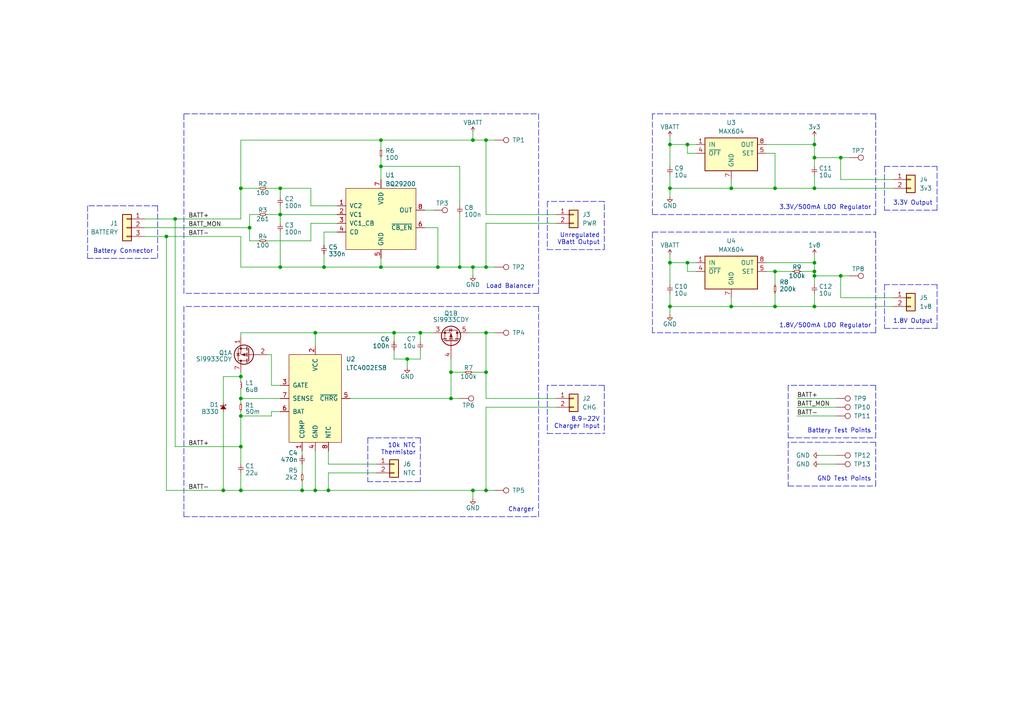
<source format=kicad_sch>
(kicad_sch (version 20211123) (generator eeschema)
  (paper "A4")
  (title_block (title "2S Li-Ion Battery Charger") (date "2021-10-17") (rev "1.1") (company "Cambridge University Spaceflight") (comment 1 "Drawn By Henry Franks"))
  (lib_symbols
    (symbol "Battery:1v8" (power) (pin_numbers hide) (pin_names (offset 1.016) hide)
      (property "Value" "1v8" (at 0 2.286 0))
      (symbol "1v8_0_1"
        (polyline (pts (xy 0 1.27) (xy 0.508 0.508)))
        (polyline (pts (xy 0 0) (xy 0 1.27) (xy -0.508 0.508)))
      )
      (symbol "1v8_1_1"
        (pin power_in line (at 0 0 180) (length 0) hide (name "1v8") (number "1"))
      )
    )
    (symbol "Battery:3v3" (power) (pin_numbers hide) (pin_names (offset 1.016) hide)
      (property "Value" "3v3" (at 0 2.286 0))
      (symbol "3v3_0_1"
        (polyline (pts (xy 0 1.27) (xy 0.508 0.508)))
        (polyline (pts (xy 0 0) (xy 0 1.27) (xy -0.508 0.508)))
      )
      (symbol "3v3_1_1"
        (pin power_in line (at 0 0 180) (length 0) hide (name "3v3") (number "1"))
      )
    )
    (symbol "Battery:B330" (pin_numbers hide) (pin_names (offset 1.016) hide)
      (property "Reference" "D" (at 1.27 1.778 0))
      (property "Value" "B330" (at 1.27 -1.778 0))
      (symbol "B330_0_1"
        (polyline (pts (xy 0.762 0.762) (xy 0.762 -0.762)))
        (polyline (pts (xy 0.762 -0.762) (xy 1.016 -0.762) (xy 1.016 -0.508)))
        (polyline (pts (xy 0.762 0.762) (xy 0.508 0.762) (xy 0.508 0.508)))
        (polyline (pts (xy 1.778 0.762) (xy 0.762 0) (xy 1.778 -0.762) (xy 1.778 0.762)) (fill (type outline)))
      )
      (symbol "B330_1_1"
        (pin passive line (at 0 0 0) (length 0.762) (name "~") (number "1"))
        (pin passive line (at 2.54 0 180) (length 0.762) (name "~") (number "2"))
      )
    )
    (symbol "Battery:BQ2920X" (pin_names (offset 1.016))
      (property "Reference" "U" (at 1.27 12.7 0))
      (property "Value" "BQ2920X" (at 1.27 10.16 0))
      (symbol "BQ2920X_0_0"
        (pin input line (at -12.7 3.81 0) (length 2.54) (name "VC2") (number "1"))
        (pin input line (at -12.7 1.27 0) (length 2.54) (name "VC1") (number "2"))
        (pin input line (at -12.7 -1.27 0) (length 2.54) (name "VC1_CB") (number "3"))
        (pin input line (at -12.7 -3.81 0) (length 2.54) (name "CD") (number "4"))
        (pin power_in line (at 0 -11.43 90) (length 2.54) (name "GND") (number "5"))
        (pin input line (at 12.7 -2.54 180) (length 2.54) (name "~{CB_EN}") (number "6"))
        (pin power_in line (at 0 11.43 270) (length 2.54) (name "VDD") (number "7"))
        (pin power_out line (at 12.7 2.54 180) (length 2.54) (name "OUT") (number "8"))
      )
      (symbol "BQ2920X_0_1"
        (rectangle (start -10.16 8.89) (end 10.16 -8.89) (fill (type background)))
      )
    )
    (symbol "Battery:C" (pin_numbers hide) (pin_names (offset 1.016) hide)
      (property "Reference" "C" (at 1.27 1.778 0))
      (property "Value" "C" (at 1.27 -1.778 0))
      (symbol "C_0_1"
        (polyline (pts (xy 1.016 0.762) (xy 1.016 -0.762)))
        (polyline (pts (xy 1.524 0.762) (xy 1.524 -0.762)))
      )
      (symbol "C_1_1"
        (pin passive line (at 0 0 0) (length 1.016) (name "~") (number "1"))
        (pin passive line (at 2.54 0 180) (length 1.016) (name "~") (number "2"))
      )
    )
    (symbol "Battery:Conn_01x02" (pin_names (offset 1.016) hide)
      (property "Reference" "J" (at 0 2.54 0))
      (property "Value" "Conn_01x02" (at 0 -5.08 0))
      (symbol "Conn_01x02_1_1"
        (rectangle (start -1.27 -2.413) (end 0 -2.667) (stroke (width 0.1524)))
        (rectangle (start -1.27 0.127) (end 0 -0.127) (stroke (width 0.1524)))
        (rectangle (start -1.27 1.27) (end 1.27 -3.81) (stroke (width 0.254)) (fill (type background)))
        (pin passive line (at -5.08 0 0) (length 3.81) (name "Pin_1") (number "1"))
        (pin passive line (at -5.08 -2.54 0) (length 3.81) (name "Pin_2") (number "2"))
      )
    )
    (symbol "Battery:Conn_01x03" (pin_names (offset 1.016) hide)
      (property "Reference" "J" (at 0 5.08 0))
      (property "Value" "Conn_01x03" (at 0 -5.08 0))
      (symbol "Conn_01x03_1_1"
        (rectangle (start -1.27 -2.413) (end 0 -2.667) (stroke (width 0.1524)))
        (rectangle (start -1.27 0.127) (end 0 -0.127) (stroke (width 0.1524)))
        (rectangle (start -1.27 2.667) (end 0 2.413) (stroke (width 0.1524)))
        (rectangle (start -1.27 3.81) (end 1.27 -3.81) (stroke (width 0.254)) (fill (type background)))
        (pin passive line (at -5.08 2.54 0) (length 3.81) (name "Pin_1") (number "1"))
        (pin passive line (at -5.08 0 0) (length 3.81) (name "Pin_2") (number "2"))
        (pin passive line (at -5.08 -2.54 0) (length 3.81) (name "Pin_3") (number "3"))
      )
    )
    (symbol "Battery:GND" (power) (pin_numbers hide) (pin_names (offset 1.016) hide)
      (property "Value" "GND" (at 0 -2.54 0))
      (symbol "GND_0_1"
        (polyline (pts (xy 0 0) (xy 0 -0.762)))
        (polyline (pts (xy -0.762 -0.762) (xy 0.762 -0.762) (xy 0 -1.524) (xy -0.762 -0.762)) (fill (type background)))
      )
      (symbol "GND_1_1"
        (pin power_in line (at 0 0 180) (length 0) hide (name "GND") (number "1"))
      )
    )
    (symbol "Battery:L" (pin_numbers hide) (pin_names (offset 1.016) hide)
      (property "Reference" "L" (at 1.27 1.27 0))
      (property "Value" "L" (at 1.27 -1.27 0))
      (symbol "L_0_1"
        (arc (start 1.016 0) (mid 0.762 0.254) (end 0.508 0))
        (arc (start 1.524 0) (mid 1.27 0.254) (end 1.016 0))
        (arc (start 2.032 0) (mid 1.778 0.254) (end 1.524 0))
      )
      (symbol "L_1_1"
        (pin passive line (at 0 0 0) (length 0.508) (name "~") (number "1"))
        (pin passive line (at 2.54 0 180) (length 0.508) (name "~") (number "2"))
      )
    )
    (symbol "Battery:LTC4002ES8" (pin_names (offset 1.016))
      (property "Reference" "U" (at 1.27 16.51 0))
      (property "Value" "LTC4002ES8" (at 1.27 13.97 0))
      (symbol "LTC4002ES8_0_0"
        (pin input line (at -3.81 -15.24 90) (length 2.54) (name "COMP") (number "1"))
        (pin power_in line (at 0 15.24 270) (length 2.54) (name "VCC") (number "2"))
        (pin output line (at -10.16 3.81 0) (length 2.54) (name "GATE") (number "3"))
        (pin power_in line (at 0 -15.24 90) (length 2.54) (name "GND") (number "4"))
        (pin output line (at 10.16 0 180) (length 2.54) (name "~{CHRG}") (number "5"))
        (pin input line (at -10.16 -3.81 0) (length 2.54) (name "BAT") (number "6"))
        (pin input line (at -10.16 0 0) (length 2.54) (name "SENSE") (number "7"))
        (pin input line (at 3.81 -15.24 90) (length 2.54) (name "NTC") (number "8"))
      )
      (symbol "LTC4002ES8_0_1"
        (rectangle (start -7.62 12.7) (end 7.62 -12.7) (fill (type background)))
      )
    )
    (symbol "Battery:MAX604" (pin_names (offset 1.016))
      (property "Reference" "U" (at -6.35 5.715 0))
      (property "Value" "MAX604" (at 0 5.715 0))
      (symbol "MAX604_0_1"
        (rectangle (start -7.62 4.445) (end 7.62 -5.08) (stroke (width 0.254)) (fill (type background)))
      )
      (symbol "MAX604_1_1"
        (pin power_in line (at -10.16 2.54 0) (length 2.54) (name "IN") (number "1"))
        (pin passive line (at 0 -7.62 90) (length 2.54) hide (name "GND") (number "2"))
        (pin passive line (at 0 -7.62 90) (length 2.54) hide (name "GND") (number "3"))
        (pin input line (at -10.16 0 0) (length 2.54) (name "~{OFF}") (number "4"))
        (pin passive line (at 10.16 0 180) (length 2.54) (name "SET") (number "5"))
        (pin passive line (at 0 -7.62 90) (length 2.54) hide (name "GND") (number "6"))
        (pin power_in line (at 0 -7.62 90) (length 2.54) (name "GND") (number "7"))
        (pin power_out line (at 10.16 2.54 180) (length 2.54) (name "OUT") (number "8"))
      )
    )
    (symbol "Battery:R" (pin_numbers hide) (pin_names (offset 1.016) hide)
      (property "Reference" "R" (at 1.27 1.27 0))
      (property "Value" "R" (at 1.27 -1.27 0))
      (symbol "R_0_1"
        (rectangle (start 0.508 0.254) (end 2.032 -0.254) (fill (type background)))
      )
      (symbol "R_1_1"
        (pin passive line (at 0 0 0) (length 0.508) (name "~") (number "1"))
        (pin passive line (at 2.54 0 180) (length 0.508) (name "~") (number "2"))
      )
    )
    (symbol "Battery:Si9933CDY" (pin_names hide)
      (property "Reference" "Q" (at 5.08 1.905 0))
      (property "Value" "Si9933CDY" (at 5.08 0 0))
      (symbol "Si9933CDY_0_1"
        (polyline (pts (xy 0.254 0) (xy -2.54 0)))
        (polyline (pts (xy 0.254 1.905) (xy 0.254 -1.905)) (stroke (width 0.254)))
        (polyline (pts (xy 0.762 -1.27) (xy 0.762 -2.286)) (stroke (width 0.254)))
        (polyline (pts (xy 0.762 0.508) (xy 0.762 -0.508)) (stroke (width 0.254)))
        (polyline (pts (xy 0.762 2.286) (xy 0.762 1.27)) (stroke (width 0.254)))
        (polyline (pts (xy 2.54 2.54) (xy 2.54 1.778)))
        (polyline (pts (xy 2.54 -2.54) (xy 2.54 0) (xy 0.762 0)))
        (polyline (pts (xy 0.762 1.778) (xy 3.302 1.778) (xy 3.302 -1.778) (xy 0.762 -1.778)))
        (polyline (pts (xy 2.286 0) (xy 1.27 0.381) (xy 1.27 -0.381) (xy 2.286 0)) (fill (type outline)))
        (polyline (pts (xy 2.794 -0.508) (xy 2.921 -0.381) (xy 3.683 -0.381) (xy 3.81 -0.254)))
        (polyline (pts (xy 3.302 -0.381) (xy 2.921 0.254) (xy 3.683 0.254) (xy 3.302 -0.381)))
        (circle (center 1.651 0) (radius 2.794) (stroke (width 0.254)))
        (circle (center 2.54 -1.778) (radius 0.254) (fill (type outline)))
        (circle (center 2.54 1.778) (radius 0.254) (fill (type outline)))
      )
      (symbol "Si9933CDY_1_0"
        (pin passive line (at 2.54 5.08 270) (length 2.54) hide (name "D1") (number "8"))
      )
      (symbol "Si9933CDY_1_1"
        (pin passive line (at 2.54 -5.08 90) (length 2.54) (name "S1") (number "1"))
        (pin passive line (at -5.08 0 0) (length 2.54) (name "G1") (number "2"))
        (pin passive line (at 2.54 5.08 270) (length 2.54) (name "D1") (number "7"))
      )
      (symbol "Si9933CDY_2_0"
        (pin passive line (at 2.54 5.08 270) (length 2.54) hide (name "D2") (number "6"))
      )
      (symbol "Si9933CDY_2_1"
        (pin passive line (at 2.54 -5.08 90) (length 2.54) (name "S2") (number "3"))
        (pin passive line (at -5.08 0 0) (length 2.54) (name "G2") (number "4"))
        (pin passive line (at 2.54 5.08 270) (length 2.54) (name "D2") (number "5"))
      )
    )
    (symbol "Battery:TestPoint" (pin_numbers hide) (pin_names (offset 0.762) hide)
      (property "Reference" "TP" (at 0 6.858 0))
      (property "Value" "TestPoint" (at 0 5.08 0))
      (symbol "TestPoint_0_1"
        (circle (center 0 3.302) (radius 0.762))
      )
      (symbol "TestPoint_1_1"
        (pin passive line (at 0 0 90) (length 2.54) (name "1") (number "1"))
      )
    )
    (symbol "Battery:VBATT" (power) (pin_numbers hide) (pin_names (offset 1.016) hide)
      (property "Value" "VBATT" (at 0 2.286 0))
      (symbol "VBATT_0_1"
        (polyline (pts (xy 0 1.27) (xy 0.508 0.508)))
        (polyline (pts (xy 0 0) (xy 0 1.27) (xy -0.508 0.508)))
      )
      (symbol "VBATT_1_1"
        (pin power_in line (at 0 0 180) (length 0) hide (name "VBATT") (number "1"))
      )
    )
  )
  (junction (at 110.49 40.64))
  (junction (at 69.85 109.22))
  (junction (at 212.09 88.9))
  (junction (at 224.79 78.74))
  (junction (at 81.28 62.23))
  (junction (at 91.44 142.24))
  (junction (at 114.3 96.52))
  (junction (at 236.22 76.2))
  (junction (at 69.85 142.24))
  (junction (at 93.98 77.47))
  (junction (at 121.92 96.52))
  (junction (at 236.22 54.61))
  (junction (at 69.85 120.65))
  (junction (at 130.81 115.57))
  (junction (at 95.25 142.24))
  (junction (at 140.97 107.95))
  (junction (at 69.85 115.57))
  (junction (at 118.11 104.14))
  (junction (at 194.31 88.9))
  (junction (at 81.28 54.61))
  (junction (at 87.63 142.24))
  (junction (at 224.79 54.61))
  (junction (at 199.39 41.91))
  (junction (at 50.8 63.5))
  (junction (at 236.22 88.9))
  (junction (at 140.97 40.64))
  (junction (at 64.77 142.24))
  (junction (at 140.97 142.24))
  (junction (at 72.39 66.04))
  (junction (at 91.44 96.52))
  (junction (at 140.97 96.52))
  (junction (at 194.31 54.61))
  (junction (at 236.22 78.74))
  (junction (at 212.09 54.61))
  (junction (at 69.85 129.54))
  (junction (at 243.84 45.72))
  (junction (at 69.85 54.61))
  (junction (at 199.39 76.2))
  (junction (at 130.81 107.95))
  (junction (at 140.97 77.47))
  (junction (at 81.28 77.47))
  (junction (at 110.49 77.47))
  (junction (at 137.16 77.47))
  (junction (at 243.84 80.01))
  (junction (at 137.16 142.24))
  (junction (at 133.35 77.47))
  (junction (at 224.79 88.9))
  (junction (at 48.26 68.58))
  (junction (at 236.22 41.91))
  (junction (at 194.31 41.91))
  (junction (at 137.16 40.64))
  (junction (at 236.22 80.01))
  (junction (at 194.31 76.2))
  (junction (at 236.22 45.72))
  (junction (at 127 77.47))
  (junction (at 110.49 48.26))
  (wire (pts (xy 236.22 41.91) (xy 236.22 39.37)))
  (wire (pts (xy 243.84 45.72) (xy 236.22 45.72)))
  (wire (pts (xy 64.77 119.38) (xy 64.77 142.24)))
  (wire (pts (xy 77.47 69.85) (xy 90.17 69.85)))
  (wire (pts (xy 199.39 76.2) (xy 199.39 78.74)))
  (wire (pts (xy 135.89 96.52) (xy 140.97 96.52)))
  (polyline (pts (xy 53.34 33.02) (xy 156.21 33.02)))
  (wire (pts (xy 114.3 99.06) (xy 114.3 96.52)))
  (wire (pts (xy 50.8 129.54) (xy 69.85 129.54)))
  (wire (pts (xy 78.74 111.76) (xy 81.28 111.76)))
  (wire (pts (xy 194.31 88.9) (xy 194.31 91.44)))
  (wire (pts (xy 231.14 120.65) (xy 242.57 120.65)))
  (wire (pts (xy 125.73 96.52) (xy 121.92 96.52)))
  (wire (pts (xy 93.98 67.31) (xy 93.98 71.12)))
  (wire (pts (xy 81.28 62.23) (xy 81.28 59.69)))
  (wire (pts (xy 236.22 76.2) (xy 236.22 73.66)))
  (wire (pts (xy 72.39 62.23) (xy 74.93 62.23)))
  (polyline (pts (xy 45.72 59.69) (xy 25.4 59.69)))
  (wire (pts (xy 212.09 86.36) (xy 212.09 88.9)))
  (polyline (pts (xy 156.21 33.02) (xy 156.21 85.09)))
  (wire (pts (xy 133.35 48.26) (xy 133.35 59.69)))
  (wire (pts (xy 91.44 96.52) (xy 91.44 100.33)))
  (wire (pts (xy 236.22 41.91) (xy 236.22 45.72)))
  (wire (pts (xy 236.22 54.61) (xy 259.08 54.61)))
  (wire (pts (xy 93.98 73.66) (xy 93.98 77.47)))
  (wire (pts (xy 77.47 62.23) (xy 81.28 62.23)))
  (wire (pts (xy 137.16 40.64) (xy 140.97 40.64)))
  (polyline (pts (xy 156.21 85.09) (xy 53.34 85.09)))
  (wire (pts (xy 91.44 142.24) (xy 87.63 142.24)))
  (polyline (pts (xy 254 96.52) (xy 189.23 96.52)))
  (wire (pts (xy 143.51 40.64) (xy 140.97 40.64)))
  (wire (pts (xy 212.09 54.61) (xy 194.31 54.61)))
  (wire (pts (xy 246.38 45.72) (xy 243.84 45.72)))
  (wire (pts (xy 69.85 109.22) (xy 69.85 110.49)))
  (wire (pts (xy 199.39 44.45) (xy 201.93 44.45)))
  (wire (pts (xy 222.25 44.45) (xy 224.79 44.45)))
  (wire (pts (xy 243.84 86.36) (xy 243.84 80.01)))
  (polyline (pts (xy 189.23 62.23) (xy 254 62.23)))
  (wire (pts (xy 48.26 68.58) (xy 48.26 142.24)))
  (wire (pts (xy 140.97 62.23) (xy 161.29 62.23)))
  (wire (pts (xy 81.28 54.61) (xy 90.17 54.61)))
  (wire (pts (xy 41.91 63.5) (xy 50.8 63.5)))
  (wire (pts (xy 95.25 130.81) (xy 95.25 134.62)))
  (wire (pts (xy 236.22 50.8) (xy 236.22 54.61)))
  (wire (pts (xy 140.97 96.52) (xy 143.51 96.52)))
  (wire (pts (xy 143.51 77.47) (xy 140.97 77.47)))
  (polyline (pts (xy 121.92 127) (xy 121.92 139.7)))
  (wire (pts (xy 110.49 48.26) (xy 110.49 52.07)))
  (wire (pts (xy 212.09 88.9) (xy 194.31 88.9)))
  (wire (pts (xy 69.85 54.61) (xy 74.93 54.61)))
  (wire (pts (xy 137.16 144.78) (xy 137.16 142.24)))
  (wire (pts (xy 48.26 68.58) (xy 69.85 68.58)))
  (wire (pts (xy 222.25 41.91) (xy 236.22 41.91)))
  (wire (pts (xy 81.28 77.47) (xy 69.85 77.47)))
  (polyline (pts (xy 189.23 33.02) (xy 189.23 62.23)))
  (wire (pts (xy 81.28 67.31) (xy 81.28 77.47)))
  (polyline (pts (xy 121.92 139.7) (xy 106.68 139.7)))
  (wire (pts (xy 133.35 115.57) (xy 130.81 115.57)))
  (wire (pts (xy 140.97 64.77) (xy 161.29 64.77)))
  (wire (pts (xy 114.3 101.6) (xy 114.3 104.14)))
  (wire (pts (xy 123.19 60.96) (xy 125.73 60.96)))
  (wire (pts (xy 110.49 45.72) (xy 110.49 48.26)))
  (wire (pts (xy 114.3 96.52) (xy 121.92 96.52)))
  (wire (pts (xy 69.85 119.38) (xy 69.85 120.65)))
  (wire (pts (xy 140.97 96.52) (xy 140.97 107.95)))
  (wire (pts (xy 236.22 85.09) (xy 236.22 88.9)))
  (polyline (pts (xy 254 128.27) (xy 228.6 128.27)))
  (wire (pts (xy 246.38 80.01) (xy 243.84 80.01)))
  (wire (pts (xy 50.8 129.54) (xy 50.8 63.5)))
  (wire (pts (xy 81.28 62.23) (xy 97.79 62.23)))
  (polyline (pts (xy 158.75 111.76) (xy 158.75 125.73)))
  (wire (pts (xy 69.85 120.65) (xy 69.85 129.54)))
  (polyline (pts (xy 271.78 95.25) (xy 271.78 82.55)))
  (polyline (pts (xy 158.75 58.42) (xy 158.75 72.39)))
  (wire (pts (xy 224.79 54.61) (xy 212.09 54.61)))
  (wire (pts (xy 95.25 142.24) (xy 137.16 142.24)))
  (wire (pts (xy 133.35 77.47) (xy 137.16 77.47)))
  (polyline (pts (xy 254 67.31) (xy 254 96.52)))
  (wire (pts (xy 194.31 54.61) (xy 194.31 50.8)))
  (polyline (pts (xy 271.78 60.96) (xy 271.78 48.26)))
  (wire (pts (xy 194.31 54.61) (xy 194.31 57.15)))
  (wire (pts (xy 95.25 142.24) (xy 91.44 142.24)))
  (wire (pts (xy 140.97 64.77) (xy 140.97 77.47)))
  (polyline (pts (xy 158.75 72.39) (xy 175.26 72.39)))
  (wire (pts (xy 194.31 41.91) (xy 194.31 39.37)))
  (wire (pts (xy 137.16 40.64) (xy 137.16 38.1)))
  (wire (pts (xy 69.85 63.5) (xy 69.85 54.61)))
  (wire (pts (xy 121.92 104.14) (xy 121.92 101.6)))
  (wire (pts (xy 41.91 68.58) (xy 48.26 68.58)))
  (wire (pts (xy 81.28 54.61) (xy 77.47 54.61)))
  (wire (pts (xy 118.11 104.14) (xy 121.92 104.14)))
  (wire (pts (xy 130.81 107.95) (xy 134.62 107.95)))
  (wire (pts (xy 127 66.04) (xy 127 77.47)))
  (wire (pts (xy 110.49 40.64) (xy 69.85 40.64)))
  (wire (pts (xy 91.44 130.81) (xy 91.44 142.24)))
  (wire (pts (xy 194.31 76.2) (xy 194.31 73.66)))
  (wire (pts (xy 140.97 40.64) (xy 140.97 62.23)))
  (wire (pts (xy 93.98 67.31) (xy 97.79 67.31)))
  (wire (pts (xy 232.41 78.74) (xy 236.22 78.74)))
  (polyline (pts (xy 53.34 149.86) (xy 156.21 149.86)))
  (wire (pts (xy 243.84 52.07) (xy 243.84 45.72)))
  (wire (pts (xy 77.47 102.87) (xy 78.74 102.87)))
  (wire (pts (xy 224.79 44.45) (xy 224.79 54.61)))
  (polyline (pts (xy 228.6 111.76) (xy 228.6 127)))
  (wire (pts (xy 222.25 78.74) (xy 224.79 78.74)))
  (polyline (pts (xy 256.54 60.96) (xy 271.78 60.96)))
  (wire (pts (xy 137.16 77.47) (xy 140.97 77.47)))
  (wire (pts (xy 137.16 80.01) (xy 137.16 77.47)))
  (polyline (pts (xy 189.23 96.52) (xy 189.23 67.31)))
  (wire (pts (xy 140.97 142.24) (xy 140.97 118.11)))
  (wire (pts (xy 118.11 104.14) (xy 118.11 106.68)))
  (wire (pts (xy 110.49 74.93) (xy 110.49 77.47)))
  (polyline (pts (xy 158.75 125.73) (xy 175.26 125.73)))
  (wire (pts (xy 123.19 66.04) (xy 127 66.04)))
  (wire (pts (xy 91.44 96.52) (xy 114.3 96.52)))
  (wire (pts (xy 41.91 66.04) (xy 72.39 66.04)))
  (wire (pts (xy 140.97 118.11) (xy 161.29 118.11)))
  (wire (pts (xy 140.97 115.57) (xy 161.29 115.57)))
  (polyline (pts (xy 228.6 128.27) (xy 228.6 140.97)))
  (polyline (pts (xy 254 62.23) (xy 254 33.02)))
  (wire (pts (xy 201.93 41.91) (xy 199.39 41.91)))
  (wire (pts (xy 194.31 88.9) (xy 194.31 85.09)))
  (polyline (pts (xy 256.54 82.55) (xy 256.54 95.25)))
  (wire (pts (xy 69.85 109.22) (xy 64.77 109.22)))
  (polyline (pts (xy 175.26 111.76) (xy 158.75 111.76)))
  (wire (pts (xy 237.49 134.62) (xy 242.57 134.62)))
  (wire (pts (xy 69.85 115.57) (xy 81.28 115.57)))
  (wire (pts (xy 236.22 48.26) (xy 236.22 45.72)))
  (wire (pts (xy 137.16 142.24) (xy 140.97 142.24)))
  (wire (pts (xy 72.39 69.85) (xy 72.39 66.04)))
  (wire (pts (xy 81.28 57.15) (xy 81.28 54.61)))
  (polyline (pts (xy 175.26 111.76) (xy 175.26 125.73)))
  (wire (pts (xy 90.17 64.77) (xy 97.79 64.77)))
  (wire (pts (xy 199.39 76.2) (xy 194.31 76.2)))
  (wire (pts (xy 74.93 69.85) (xy 72.39 69.85)))
  (polyline (pts (xy 254 33.02) (xy 189.23 33.02)))
  (polyline (pts (xy 228.6 127) (xy 254 127)))
  (wire (pts (xy 121.92 96.52) (xy 121.92 99.06)))
  (wire (pts (xy 110.49 77.47) (xy 127 77.47)))
  (polyline (pts (xy 189.23 67.31) (xy 254 67.31)))
  (wire (pts (xy 236.22 80.01) (xy 236.22 78.74)))
  (wire (pts (xy 81.28 77.47) (xy 93.98 77.47)))
  (wire (pts (xy 130.81 107.95) (xy 130.81 115.57)))
  (wire (pts (xy 87.63 134.62) (xy 87.63 137.16)))
  (wire (pts (xy 90.17 54.61) (xy 90.17 59.69)))
  (wire (pts (xy 194.31 48.26) (xy 194.31 41.91)))
  (wire (pts (xy 110.49 43.18) (xy 110.49 40.64)))
  (wire (pts (xy 143.51 142.24) (xy 140.97 142.24)))
  (wire (pts (xy 199.39 41.91) (xy 199.39 44.45)))
  (wire (pts (xy 201.93 76.2) (xy 199.39 76.2)))
  (wire (pts (xy 133.35 62.23) (xy 133.35 77.47)))
  (wire (pts (xy 69.85 113.03) (xy 69.85 115.57)))
  (wire (pts (xy 90.17 59.69) (xy 97.79 59.69)))
  (wire (pts (xy 78.74 102.87) (xy 78.74 111.76)))
  (wire (pts (xy 243.84 80.01) (xy 236.22 80.01)))
  (wire (pts (xy 110.49 48.26) (xy 133.35 48.26)))
  (polyline (pts (xy 53.34 85.09) (xy 53.34 33.02)))
  (wire (pts (xy 78.74 120.65) (xy 78.74 119.38)))
  (polyline (pts (xy 156.21 88.9) (xy 53.34 88.9)))
  (wire (pts (xy 236.22 88.9) (xy 224.79 88.9)))
  (wire (pts (xy 243.84 86.36) (xy 259.08 86.36)))
  (wire (pts (xy 237.49 132.08) (xy 242.57 132.08)))
  (wire (pts (xy 224.79 88.9) (xy 212.09 88.9)))
  (wire (pts (xy 69.85 137.16) (xy 69.85 142.24)))
  (wire (pts (xy 69.85 96.52) (xy 91.44 96.52)))
  (polyline (pts (xy 256.54 95.25) (xy 271.78 95.25)))
  (wire (pts (xy 231.14 118.11) (xy 242.57 118.11)))
  (wire (pts (xy 69.85 68.58) (xy 69.85 77.47)))
  (polyline (pts (xy 25.4 59.69) (xy 25.4 74.93)))
  (wire (pts (xy 69.85 40.64) (xy 69.85 54.61)))
  (wire (pts (xy 199.39 41.91) (xy 194.31 41.91)))
  (wire (pts (xy 130.81 115.57) (xy 101.6 115.57)))
  (wire (pts (xy 140.97 107.95) (xy 140.97 115.57)))
  (wire (pts (xy 224.79 78.74) (xy 224.79 82.55)))
  (polyline (pts (xy 175.26 72.39) (xy 175.26 58.42)))
  (wire (pts (xy 87.63 132.08) (xy 87.63 130.81)))
  (wire (pts (xy 48.26 142.24) (xy 64.77 142.24)))
  (wire (pts (xy 114.3 104.14) (xy 118.11 104.14)))
  (wire (pts (xy 95.25 137.16) (xy 95.25 142.24)))
  (wire (pts (xy 212.09 52.07) (xy 212.09 54.61)))
  (wire (pts (xy 69.85 120.65) (xy 78.74 120.65)))
  (polyline (pts (xy 156.21 149.86) (xy 156.21 88.9)))
  (wire (pts (xy 93.98 77.47) (xy 110.49 77.47)))
  (wire (pts (xy 127 77.47) (xy 133.35 77.47)))
  (wire (pts (xy 236.22 82.55) (xy 236.22 80.01)))
  (wire (pts (xy 87.63 139.7) (xy 87.63 142.24)))
  (wire (pts (xy 72.39 66.04) (xy 72.39 62.23)))
  (polyline (pts (xy 175.26 58.42) (xy 158.75 58.42)))
  (wire (pts (xy 109.22 137.16) (xy 95.25 137.16)))
  (wire (pts (xy 90.17 69.85) (xy 90.17 64.77)))
  (polyline (pts (xy 254 140.97) (xy 254 128.27)))
  (wire (pts (xy 236.22 88.9) (xy 259.08 88.9)))
  (polyline (pts (xy 256.54 48.26) (xy 271.78 48.26)))
  (wire (pts (xy 69.85 107.95) (xy 69.85 109.22)))
  (wire (pts (xy 199.39 78.74) (xy 201.93 78.74)))
  (wire (pts (xy 130.81 104.14) (xy 130.81 107.95)))
  (polyline (pts (xy 53.34 88.9) (xy 53.34 149.86)))
  (polyline (pts (xy 254 127) (xy 254 111.76)))
  (polyline (pts (xy 228.6 140.97) (xy 254 140.97)))
  (wire (pts (xy 87.63 142.24) (xy 69.85 142.24)))
  (wire (pts (xy 64.77 109.22) (xy 64.77 116.84)))
  (wire (pts (xy 78.74 119.38) (xy 81.28 119.38)))
  (polyline (pts (xy 254 111.76) (xy 228.6 111.76)))
  (wire (pts (xy 69.85 115.57) (xy 69.85 116.84)))
  (wire (pts (xy 222.25 76.2) (xy 236.22 76.2)))
  (polyline (pts (xy 25.4 74.93) (xy 45.72 74.93)))
  (polyline (pts (xy 106.68 127) (xy 106.68 139.7)))
  (wire (pts (xy 236.22 54.61) (xy 224.79 54.61)))
  (wire (pts (xy 236.22 78.74) (xy 236.22 76.2)))
  (wire (pts (xy 50.8 63.5) (xy 69.85 63.5)))
  (wire (pts (xy 231.14 115.57) (xy 242.57 115.57)))
  (wire (pts (xy 140.97 107.95) (xy 137.16 107.95)))
  (polyline (pts (xy 256.54 48.26) (xy 256.54 60.96)))
  (wire (pts (xy 194.31 82.55) (xy 194.31 76.2)))
  (wire (pts (xy 64.77 142.24) (xy 69.85 142.24)))
  (wire (pts (xy 69.85 129.54) (xy 69.85 134.62)))
  (wire (pts (xy 224.79 78.74) (xy 229.87 78.74)))
  (polyline (pts (xy 45.72 59.69) (xy 45.72 74.93)))
  (wire (pts (xy 224.79 85.09) (xy 224.79 88.9)))
  (polyline (pts (xy 271.78 82.55) (xy 256.54 82.55)))
  (polyline (pts (xy 106.68 127) (xy 121.92 127)))
  (wire (pts (xy 110.49 40.64) (xy 137.16 40.64)))
  (wire (pts (xy 95.25 134.62) (xy 109.22 134.62)))
  (wire (pts (xy 243.84 52.07) (xy 259.08 52.07)))
  (wire (pts (xy 81.28 64.77) (xy 81.28 62.23)))
  (wire (pts (xy 69.85 97.79) (xy 69.85 96.52)))
  (text "GND Test Points" (at 252.73 139.7 180) (effects (font (size 1.27 1.27)) (justify right bottom)))
  (text "1.8V/500mA LDO Regulator" (at 252.73 95.25 180) (effects (font (size 1.27 1.27)) (justify right bottom)))
  (text "1.8V Output" (at 270.51 93.98 180) (effects (font (size 1.27 1.27)) (justify right bottom)))
  (text "8.9-22V\nCharger Input" (at 173.99 124.46 180) (effects (font (size 1.27 1.27)) (justify right bottom)))
  (text "Load Balancer" (at 154.94 83.82 180) (effects (font (size 1.27 1.27)) (justify right bottom)))
  (text "Battery Test Points" (at 252.73 125.73 180) (effects (font (size 1.27 1.27)) (justify right bottom)))
  (text "3.3V Output" (at 270.51 59.69 180) (effects (font (size 1.27 1.27)) (justify right bottom)))
  (text "Unregulated\nVBatt Output" (at 173.99 71.12 180) (effects (font (size 1.27 1.27)) (justify right bottom)))
  (text "3.3V/500mA LDO Regulator" (at 252.73 60.96 180) (effects (font (size 1.27 1.27)) (justify right bottom)))
  (text "Charger" (at 154.94 148.59 180) (effects (font (size 1.27 1.27)) (justify right bottom)))
  (text "10k NTC\nThermistor" (at 120.65 132.08 180) (effects (font (size 1.27 1.27)) (justify right bottom)))
  (text "Battery Connector" (at 44.45 73.66 180) (effects (font (size 1.27 1.27)) (justify right bottom)))
  (label "BATT-" (at 231.14 120.65 0))
  (label "BATT-" (at 54.61 68.58 0))
  (label "BATT-" (at 54.61 142.24 0))
  (label "BATT+" (at 54.61 129.54 0))
  (label "BATT+" (at 231.14 115.57 0))
  (label "BATT_MON" (at 231.14 118.11 0))
  (label "BATT_MON" (at 54.61 66.04 0))
  (label "BATT+" (at 54.61 63.5 0))
  (symbol (lib_id "Battery:Conn_01x03") (at 36.83 66.04 0) (mirror y) (unit 1)
    (property "Reference" "J1" (at 34.29 64.77 0) (effects (justify left)))
    (property "Value" "BATTERY" (at 34.29 67.31 0) (effects (justify left)))
    (property "Footprint" "Battery:Molex_Nano-Fit_105313-xx03_1x03_P2.50mm_Horizontal" (effects hide))
    (property "Farnell" "2820685" (effects hide))
  )
  (symbol (lib_id "Battery:BQ2920X") (at 110.49 63.5 0) (unit 1)
    (property "Reference" "U1" (at 111.76 50.8 0) (effects (justify left)))
    (property "Value" "BQ29200" (at 111.76 53.34 0) (effects (justify left)))
    (property "Footprint" "Battery:BQ2920X" (effects hide))
    (property "Farnell" "2383074" (effects hide))
  )
  (symbol (lib_id "Battery:R") (at 74.93 54.61 0) (unit 1)
    (property "Reference" "R2" (at 76.2 53.34 0))
    (property "Value" "160" (at 76.2 55.88 0))
    (property "Footprint" "Battery:R_0805_2012Metric_Pad1.20x1.40mm_HandSolder" (effects hide))
    (property "Farnell" "2694996" (effects hide))
  )
  (symbol (lib_id "Battery:R") (at 74.93 62.23 0) (unit 1)
    (property "Reference" "R3" (at 76.2 60.96 0))
    (property "Value" "261" (at 76.2 63.5 0))
    (property "Footprint" "Battery:R_0805_2012Metric_Pad1.20x1.40mm_HandSolder" (effects hide))
    (property "Farnell" "2303485" (effects hide))
  )
  (symbol (lib_id "Battery:R") (at 74.93 69.85 0) (unit 1)
    (property "Reference" "R4" (at 76.2 68.58 0))
    (property "Value" "100" (at 76.2 71.12 0))
    (property "Footprint" "Battery:R_0805_2012Metric_Pad1.20x1.40mm_HandSolder" (effects hide))
    (property "Farnell" "2447552" (effects hide))
  )
  (symbol (lib_id "Battery:C") (at 81.28 64.77 270) (unit 1)
    (property "Reference" "C3" (at 82.55 66.04 90) (effects (justify left bottom)))
    (property "Value" "100n" (at 82.55 67.31 90) (effects (justify left)))
    (property "Footprint" "Battery:C_0805_2012Metric_Pad1.18x1.45mm_HandSolder" (effects hide))
    (property "Farnell" "1759166" (effects hide))
  )
  (symbol (lib_id "Battery:C") (at 81.28 57.15 270) (unit 1)
    (property "Reference" "C2" (at 82.55 58.42 90) (effects (justify left bottom)))
    (property "Value" "100n" (at 82.55 59.69 90) (effects (justify left)))
    (property "Footprint" "Battery:C_0805_2012Metric_Pad1.18x1.45mm_HandSolder" (effects hide))
    (property "Farnell" "1759166" (effects hide))
  )
  (symbol (lib_id "Battery:C") (at 93.98 71.12 270) (unit 1)
    (property "Reference" "C5" (at 95.25 72.39 90) (effects (justify left bottom)))
    (property "Value" "330n" (at 95.25 73.66 90) (effects (justify left)))
    (property "Footprint" "Battery:C_0805_2012Metric_Pad1.18x1.45mm_HandSolder" (effects hide))
    (property "Farnell" "2346946" (effects hide))
  )
  (symbol (lib_id "Battery:R") (at 110.49 43.18 270) (unit 1)
    (property "Reference" "R6" (at 111.76 44.45 90) (effects (justify left bottom)))
    (property "Value" "100" (at 111.76 45.72 90) (effects (justify left)))
    (property "Footprint" "Battery:R_0805_2012Metric_Pad1.20x1.40mm_HandSolder" (effects hide))
    (property "Farnell" "2447552" (effects hide))
  )
  (symbol (lib_id "Battery:GND") (at 137.16 80.01 0) (unit 1)
    (property "Reference" "#PWR04" (effects hide))
    (property "Value" "GND" (at 137.16 82.55 0))
  )
  (symbol (lib_id "Battery:VBATT") (at 137.16 38.1 0) (unit 1)
    (property "Reference" "#PWR03" (effects hide))
    (property "Value" "VBATT" (at 137.16 35.56 0))
  )
  (symbol (lib_id "Battery:Conn_01x02") (at 166.37 62.23 0) (unit 1)
    (property "Reference" "J3" (at 168.91 62.23 0) (effects (justify left)))
    (property "Value" "PWR" (at 168.91 64.77 0) (effects (justify left)))
    (property "Footprint" "Battery:Molex_Nano-Fit_105313-xx02_1x02_P2.50mm_Horizontal" (effects hide))
    (property "Farnell" "2576866" (effects hide))
  )
  (symbol (lib_id "Battery:Conn_01x02") (at 114.3 134.62 0) (unit 1)
    (property "Reference" "J6" (at 116.84 134.62 0) (effects (justify left)))
    (property "Value" "NTC" (at 116.84 137.16 0) (effects (justify left)))
    (property "Footprint" "Battery:Molex_Nano-Fit_105313-xx02_1x02_P2.50mm_Horizontal" (effects hide))
    (property "Farnell" "2576866" (effects hide))
  )
  (symbol (lib_id "Battery:LTC4002ES8") (at 91.44 115.57 0) (unit 1)
    (property "Reference" "U2" (at 100.33 104.14 0) (effects (justify left)))
    (property "Value" "LTC4002ES8" (at 100.33 106.68 0) (effects (justify left)))
    (property "Footprint" "Battery:SO-8_3.9x4.9mm_P1.27mm" (effects hide))
    (property "RS" "786-9960" (effects hide))
  )
  (symbol (lib_id "Battery:C") (at 87.63 132.08 90) (mirror x) (unit 1)
    (property "Reference" "C4" (at 86.36 132.08 90) (effects (justify left bottom)))
    (property "Value" "470n" (at 86.36 133.35 90) (effects (justify left)))
    (property "Footprint" "Battery:C_0805_2012Metric_Pad1.18x1.45mm_HandSolder" (effects hide))
    (property "Farnell" "2320847" (effects hide))
  )
  (symbol (lib_id "Battery:R") (at 87.63 137.16 90) (mirror x) (unit 1)
    (property "Reference" "R5" (at 86.36 137.16 90) (effects (justify left bottom)))
    (property "Value" "2k2" (at 86.36 138.43 90) (effects (justify left)))
    (property "Footprint" "Battery:R_0805_2012Metric_Pad1.20x1.40mm_HandSolder" (effects hide))
    (property "Farnell" "1576464" (effects hide))
  )
  (symbol (lib_id "Battery:TestPoint") (at 125.73 60.96 270) (mirror x) (unit 1)
    (property "Reference" "TP3" (at 128.27 59.69 90) (effects (justify top)))
    (property "Value" "TestPoint" (effects hide))
    (property "Footprint" "Battery:TestPoint_Pad_D2.0mm" (effects hide))
  )
  (symbol (lib_id "Battery:Conn_01x02") (at 166.37 115.57 0) (unit 1)
    (property "Reference" "J2" (at 168.91 115.57 0) (effects (justify left)))
    (property "Value" "CHG" (at 168.91 118.11 0) (effects (justify left)))
    (property "Footprint" "Battery:Molex_Nano-Fit_105313-xx02_1x02_P2.50mm_Horizontal" (effects hide))
    (property "Farnell" "2576866" (effects hide))
  )
  (symbol (lib_id "Battery:R") (at 134.62 107.95 0) (unit 1)
    (property "Reference" "R7" (at 135.89 106.68 0))
    (property "Value" "100k" (at 135.89 109.22 0))
    (property "Footprint" "Battery:R_0805_2012Metric_Pad1.20x1.40mm_HandSolder" (effects hide))
    (property "Farnell" "2380290" (effects hide))
  )
  (symbol (lib_id "Battery:TestPoint") (at 143.51 142.24 270) (unit 1)
    (property "Reference" "TP5" (at 148.59 142.24 90) (effects (justify left)))
    (property "Value" "TestPoint" (effects hide))
    (property "Footprint" "Battery:TestPoint_Pad_D2.0mm" (effects hide))
  )
  (symbol (lib_id "Battery:TestPoint") (at 143.51 96.52 270) (unit 1)
    (property "Reference" "TP4" (at 148.59 96.52 90) (effects (justify left)))
    (property "Value" "TestPoint" (effects hide))
    (property "Footprint" "Battery:TestPoint_Pad_D2.0mm" (effects hide))
  )
  (symbol (lib_id "Battery:TestPoint") (at 143.51 77.47 270) (unit 1)
    (property "Reference" "TP2" (at 148.59 77.47 90) (effects (justify left)))
    (property "Value" "TestPoint" (effects hide))
    (property "Footprint" "Battery:TestPoint_Pad_D2.0mm" (effects hide))
  )
  (symbol (lib_id "Battery:TestPoint") (at 143.51 40.64 270) (unit 1)
    (property "Reference" "TP1" (at 148.59 40.64 90) (effects (justify left)))
    (property "Value" "TestPoint" (effects hide))
    (property "Footprint" "Battery:TestPoint_Pad_D2.0mm" (effects hide))
  )
  (symbol (lib_id "Battery:TestPoint") (at 242.57 115.57 270) (unit 1)
    (property "Reference" "TP9" (at 247.65 115.57 90) (effects (justify left)))
    (property "Value" "TestPoint" (effects hide))
    (property "Footprint" "Battery:TestPoint_Pad_D2.0mm" (effects hide))
  )
  (symbol (lib_id "Battery:L") (at 69.85 110.49 270) (unit 1)
    (property "Reference" "L1" (at 71.12 111.76 90) (effects (justify left bottom)))
    (property "Value" "6u8" (at 71.12 113.03 90) (effects (justify left)))
    (property "Footprint" "Battery:L_Wuerth_HCI-7050" (effects hide))
    (property "RS" "756-8588" (effects hide))
  )
  (symbol (lib_id "Battery:TestPoint") (at 242.57 132.08 270) (unit 1)
    (property "Reference" "TP12" (at 247.65 132.08 90) (effects (justify left)))
    (property "Value" "TestPoint" (effects hide))
    (property "Footprint" "Battery:TestPoint_Pad_D2.0mm" (effects hide))
  )
  (symbol (lib_id "Battery:TestPoint") (at 242.57 134.62 270) (unit 1)
    (property "Reference" "TP13" (at 247.65 134.62 90) (effects (justify left)))
    (property "Value" "TestPoint" (effects hide))
    (property "Footprint" "Battery:TestPoint_Pad_D2.0mm" (effects hide))
  )
  (symbol (lib_id "Battery:TestPoint") (at 242.57 118.11 270) (unit 1)
    (property "Reference" "TP10" (at 247.65 118.11 90) (effects (justify left)))
    (property "Value" "TestPoint" (effects hide))
    (property "Footprint" "Battery:TestPoint_Pad_D2.0mm" (effects hide))
  )
  (symbol (lib_id "Battery:TestPoint") (at 242.57 120.65 270) (unit 1)
    (property "Reference" "TP11" (at 247.65 120.65 90) (effects (justify left)))
    (property "Value" "TestPoint" (effects hide))
    (property "Footprint" "Battery:TestPoint_Pad_D2.0mm" (effects hide))
  )
  (symbol (lib_id "Battery:GND") (at 237.49 132.08 270) (unit 1)
    (property "Reference" "#PWR01" (effects hide))
    (property "Value" "GND" (at 234.95 132.08 90) (effects (justify right)))
  )
  (symbol (lib_id "Battery:GND") (at 237.49 134.62 270) (unit 1)
    (property "Reference" "#PWR012" (effects hide))
    (property "Value" "GND" (at 234.95 134.62 90) (effects (justify right)))
  )
  (symbol (lib_id "Battery:R") (at 69.85 119.38 270) (mirror x) (unit 1)
    (property "Reference" "R1" (at 72.39 116.84 90) (effects (justify bottom)))
    (property "Value" "50m" (at 71.12 119.38 90) (effects (justify left)))
    (property "Footprint" "Battery:R_0805_2012Metric_Pad1.20x1.40mm_HandSolder" (effects hide))
    (property "Farnell" "2008296" (effects hide))
  )
  (symbol (lib_id "Battery:C") (at 69.85 134.62 270) (unit 1)
    (property "Reference" "C1" (at 71.12 135.89 90) (effects (justify left bottom)))
    (property "Value" "22u" (at 71.12 137.16 90) (effects (justify left)))
    (property "Footprint" "Battery:C_0805_2012Metric_Pad1.18x1.45mm_HandSolder" (effects hide))
    (property "Farnell" "2525135" (effects hide))
  )
  (symbol (lib_id "Battery:B330") (at 64.77 116.84 270) (unit 1)
    (property "Reference" "D1" (at 63.5 118.11 90) (effects (justify right bottom)))
    (property "Value" "B330" (at 63.5 119.38 90) (effects (justify right)))
    (property "Footprint" "Battery:D_SMB_Handsoldering" (effects hide))
    (property "RS" "751-3269" (effects hide))
  )
  (symbol (lib_id "Battery:C") (at 114.3 99.06 90) (mirror x) (unit 1)
    (property "Reference" "C6" (at 113.03 99.06 90) (effects (justify left bottom)))
    (property "Value" "100n" (at 113.03 100.33 90) (effects (justify left)))
    (property "Footprint" "Battery:C_0805_2012Metric_Pad1.18x1.45mm_HandSolder" (effects hide))
    (property "Farnell" "1759166" (effects hide))
  )
  (symbol (lib_id "Battery:C") (at 121.92 99.06 90) (mirror x) (unit 1)
    (property "Reference" "C7" (at 120.65 99.06 90) (effects (justify left bottom)))
    (property "Value" "10u" (at 120.65 100.33 90) (effects (justify left)))
    (property "Footprint" "Battery:C_0805_2012Metric_Pad1.18x1.45mm_HandSolder" (effects hide))
    (property "Farnell" "2611940" (effects hide))
  )
  (symbol (lib_id "Battery:GND") (at 118.11 106.68 0) (unit 1)
    (property "Reference" "#PWR02" (effects hide))
    (property "Value" "GND" (at 118.11 109.22 0))
  )
  (symbol (lib_id "Battery:GND") (at 137.16 144.78 0) (unit 1)
    (property "Reference" "#PWR05" (effects hide))
    (property "Value" "GND" (at 137.16 147.32 0))
  )
  (symbol (lib_id "Battery:C") (at 133.35 59.69 270) (unit 1)
    (property "Reference" "C8" (at 134.62 60.96 90) (effects (justify left bottom)))
    (property "Value" "100n" (at 134.62 62.23 90) (effects (justify left)))
    (property "Footprint" "Battery:C_0805_2012Metric_Pad1.18x1.45mm_HandSolder" (effects hide))
    (property "Farnell" "1759166" (effects hide))
  )
  (symbol (lib_id "Battery:TestPoint") (at 133.35 115.57 270) (unit 1)
    (property "Reference" "TP6" (at 135.89 116.84 90) (effects (justify top)))
    (property "Value" "TestPoint" (effects hide))
    (property "Footprint" "Battery:TestPoint_Pad_D2.0mm" (effects hide))
  )
  (symbol (lib_id "Battery:MAX604") (at 212.09 44.45 0) (unit 1)
    (property "Reference" "U3" (at 212.09 35.56 0))
    (property "Value" "MAX604" (at 212.09 38.1 0))
    (property "Footprint" "Battery:SOIC-8_3.9x4.9mm_P1.27mm" (effects hide))
    (property "Datasheet" "http://datasheets.maximintegrated.com/en/ds/MAX603-MAX604.pdf" (effects hide))
    (property "Farnell" "2518575" (effects hide))
  )
  (symbol (lib_id "Battery:VBATT") (at 194.31 39.37 0) (unit 1)
    (property "Reference" "#PWR06" (effects hide))
    (property "Value" "VBATT" (at 194.31 36.83 0))
  )
  (symbol (lib_id "Battery:C") (at 194.31 48.26 270) (unit 1)
    (property "Reference" "C9" (at 195.58 49.53 90) (effects (justify left bottom)))
    (property "Value" "10u" (at 195.58 50.8 90) (effects (justify left)))
    (property "Footprint" "Battery:C_0805_2012Metric_Pad1.18x1.45mm_HandSolder" (effects hide))
    (property "Farnell" "2611940" (effects hide))
  )
  (symbol (lib_id "Battery:GND") (at 194.31 57.15 0) (unit 1)
    (property "Reference" "#PWR07" (effects hide))
    (property "Value" "GND" (at 194.31 59.69 0))
  )
  (symbol (lib_id "Battery:C") (at 236.22 48.26 270) (unit 1)
    (property "Reference" "C11" (at 237.49 49.53 90) (effects (justify left bottom)))
    (property "Value" "10u" (at 237.49 50.8 90) (effects (justify left)))
    (property "Footprint" "Battery:C_0805_2012Metric_Pad1.18x1.45mm_HandSolder" (effects hide))
    (property "Farnell" "2611940" (effects hide))
  )
  (symbol (lib_id "Battery:MAX604") (at 212.09 78.74 0) (unit 1)
    (property "Reference" "U4" (at 212.09 69.85 0))
    (property "Value" "MAX604" (at 212.09 72.39 0))
    (property "Footprint" "Battery:SOIC-8_3.9x4.9mm_P1.27mm" (effects hide))
    (property "Datasheet" "http://datasheets.maximintegrated.com/en/ds/MAX603-MAX604.pdf" (effects hide))
    (property "Farnell" "2518575" (effects hide))
  )
  (symbol (lib_id "Battery:VBATT") (at 194.31 73.66 0) (unit 1)
    (property "Reference" "#PWR08" (effects hide))
    (property "Value" "VBATT" (at 194.31 71.12 0))
  )
  (symbol (lib_id "Battery:C") (at 194.31 82.55 270) (unit 1)
    (property "Reference" "C10" (at 195.58 83.82 90) (effects (justify left bottom)))
    (property "Value" "10u" (at 195.58 85.09 90) (effects (justify left)))
    (property "Footprint" "Battery:C_0805_2012Metric_Pad1.18x1.45mm_HandSolder" (effects hide))
    (property "Farnell" "2611940" (effects hide))
  )
  (symbol (lib_id "Battery:GND") (at 194.31 91.44 0) (unit 1)
    (property "Reference" "#PWR09" (effects hide))
    (property "Value" "GND" (at 194.31 93.98 0))
  )
  (symbol (lib_id "Battery:C") (at 236.22 82.55 270) (unit 1)
    (property "Reference" "C12" (at 237.49 83.82 90) (effects (justify left bottom)))
    (property "Value" "10u" (at 237.49 85.09 90) (effects (justify left)))
    (property "Footprint" "Battery:C_0805_2012Metric_Pad1.18x1.45mm_HandSolder" (effects hide))
    (property "Farnell" "2611940" (effects hide))
  )
  (symbol (lib_id "Battery:3v3") (at 236.22 39.37 0) (unit 1)
    (property "Reference" "#PWR010" (effects hide))
    (property "Value" "3v3" (at 236.22 36.83 0))
  )
  (symbol (lib_id "Battery:1v8") (at 236.22 73.66 0) (unit 1)
    (property "Reference" "#PWR011" (effects hide))
    (property "Value" "1v8" (at 236.22 71.12 0))
  )
  (symbol (lib_id "Battery:R") (at 224.79 82.55 270) (unit 1)
    (property "Reference" "R8" (at 226.06 82.55 90) (effects (justify left bottom)))
    (property "Value" "200k" (at 226.06 83.82 90) (effects (justify left)))
    (property "Footprint" "Battery:R_0805_2012Metric_Pad1.20x1.40mm_HandSolder" (effects hide))
    (property "Farnell" "2380505" (effects hide))
  )
  (symbol (lib_id "Battery:R") (at 229.87 78.74 0) (unit 1)
    (property "Reference" "R9" (at 231.14 77.47 0))
    (property "Value" "100k" (at 231.14 80.01 0))
    (property "Footprint" "Battery:R_0805_2012Metric_Pad1.20x1.40mm_HandSolder" (effects hide))
    (property "Farnell" "2380290" (effects hide))
  )
  (symbol (lib_id "Battery:Conn_01x02") (at 264.16 52.07 0) (unit 1)
    (property "Reference" "J4" (at 266.7 52.07 0) (effects (justify left)))
    (property "Value" "3v3" (at 266.7 54.61 0) (effects (justify left)))
    (property "Footprint" "Battery:Molex_Nano-Fit_105313-xx02_1x02_P2.50mm_Horizontal" (effects hide))
    (property "Farnell" "2576866" (effects hide))
  )
  (symbol (lib_id "Battery:Conn_01x02") (at 264.16 86.36 0) (unit 1)
    (property "Reference" "J5" (at 266.7 86.36 0) (effects (justify left)))
    (property "Value" "1v8" (at 266.7 88.9 0) (effects (justify left)))
    (property "Footprint" "Battery:Molex_Nano-Fit_105313-xx02_1x02_P2.50mm_Horizontal" (effects hide))
    (property "Farnell" "2576866" (effects hide))
  )
  (symbol (lib_id "Battery:TestPoint") (at 246.38 45.72 270) (mirror x) (unit 1)
    (property "Reference" "TP7" (at 248.92 44.45 90) (effects (justify top)))
    (property "Value" "TestPoint" (effects hide))
    (property "Footprint" "Battery:TestPoint_Pad_D2.0mm" (effects hide))
  )
  (symbol (lib_id "Battery:TestPoint") (at 246.38 80.01 270) (mirror x) (unit 1)
    (property "Reference" "TP8" (at 248.92 78.74 90) (effects (justify top)))
    (property "Value" "TestPoint" (effects hide))
    (property "Footprint" "Battery:TestPoint_Pad_D2.0mm" (effects hide))
  )
  (symbol (lib_id "Battery:Si9933CDY") (at 72.39 102.87 180) (unit 1)
    (property "Reference" "Q1" (at 67.31 101.6 0) (effects (justify left bottom)))
    (property "Value" "Si9933CDY" (at 67.31 104.14 0) (effects (justify left)))
    (property "Footprint" "Battery:SOIC-8_3.9x4.9mm_P1.27mm" (effects hide))
    (property "Farnell" "1779275" (effects hide))
  )
  (symbol (lib_id "Battery:Si9933CDY") (at 130.81 99.06 270) (mirror x) (unit 2)
    (property "Reference" "Q1" (at 130.81 90.17 90) (effects (justify bottom)))
    (property "Value" "Si9933CDY" (at 130.81 92.71 90))
    (property "Footprint" "Battery:SOIC-8_3.9x4.9mm_P1.27mm" (effects hide))
    (property "Farnell" "1779275" (effects hide))
  )
)
</source>
